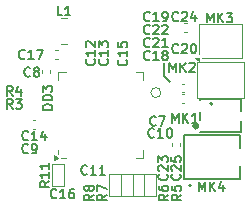
<source format=gbr>
%TF.GenerationSoftware,KiCad,Pcbnew,9.0.0*%
%TF.CreationDate,2025-08-25T21:43:05+03:00*%
%TF.ProjectId,Daredevil-mini,44617265-6465-4766-996c-2d6d696e692e,rev?*%
%TF.SameCoordinates,Original*%
%TF.FileFunction,Legend,Top*%
%TF.FilePolarity,Positive*%
%FSLAX46Y46*%
G04 Gerber Fmt 4.6, Leading zero omitted, Abs format (unit mm)*
G04 Created by KiCad (PCBNEW 9.0.0) date 2025-08-25 21:43:05*
%MOMM*%
%LPD*%
G01*
G04 APERTURE LIST*
%ADD10C,0.200000*%
%ADD11C,0.160000*%
%ADD12C,0.120000*%
%ADD13C,0.150000*%
%ADD14C,0.300000*%
%ADD15C,0.100000*%
%ADD16C,0.127000*%
G04 APERTURE END LIST*
D10*
X135900000Y-99300000D02*
X135900000Y-100400000D01*
X135900000Y-100400000D02*
X136400000Y-100900000D01*
X135188368Y-104530303D02*
X135150272Y-104568399D01*
X135150272Y-104568399D02*
X135035987Y-104606494D01*
X135035987Y-104606494D02*
X134959796Y-104606494D01*
X134959796Y-104606494D02*
X134845510Y-104568399D01*
X134845510Y-104568399D02*
X134769320Y-104492208D01*
X134769320Y-104492208D02*
X134731225Y-104416018D01*
X134731225Y-104416018D02*
X134693129Y-104263637D01*
X134693129Y-104263637D02*
X134693129Y-104149351D01*
X134693129Y-104149351D02*
X134731225Y-103996970D01*
X134731225Y-103996970D02*
X134769320Y-103920779D01*
X134769320Y-103920779D02*
X134845510Y-103844589D01*
X134845510Y-103844589D02*
X134959796Y-103806494D01*
X134959796Y-103806494D02*
X135035987Y-103806494D01*
X135035987Y-103806494D02*
X135150272Y-103844589D01*
X135150272Y-103844589D02*
X135188368Y-103882684D01*
X135455034Y-103806494D02*
X135988368Y-103806494D01*
X135988368Y-103806494D02*
X135645510Y-104606494D01*
X139552381Y-95859695D02*
X139552381Y-95059695D01*
X139552381Y-95059695D02*
X139819047Y-95631123D01*
X139819047Y-95631123D02*
X140085714Y-95059695D01*
X140085714Y-95059695D02*
X140085714Y-95859695D01*
X140466667Y-95859695D02*
X140466667Y-95059695D01*
X140923810Y-95859695D02*
X140580952Y-95402552D01*
X140923810Y-95059695D02*
X140466667Y-95516838D01*
X141190476Y-95059695D02*
X141685714Y-95059695D01*
X141685714Y-95059695D02*
X141419048Y-95364457D01*
X141419048Y-95364457D02*
X141533333Y-95364457D01*
X141533333Y-95364457D02*
X141609524Y-95402552D01*
X141609524Y-95402552D02*
X141647619Y-95440647D01*
X141647619Y-95440647D02*
X141685714Y-95516838D01*
X141685714Y-95516838D02*
X141685714Y-95707314D01*
X141685714Y-95707314D02*
X141647619Y-95783504D01*
X141647619Y-95783504D02*
X141609524Y-95821600D01*
X141609524Y-95821600D02*
X141533333Y-95859695D01*
X141533333Y-95859695D02*
X141304762Y-95859695D01*
X141304762Y-95859695D02*
X141228571Y-95821600D01*
X141228571Y-95821600D02*
X141190476Y-95783504D01*
X126785714Y-110683504D02*
X126747618Y-110721600D01*
X126747618Y-110721600D02*
X126633333Y-110759695D01*
X126633333Y-110759695D02*
X126557142Y-110759695D01*
X126557142Y-110759695D02*
X126442856Y-110721600D01*
X126442856Y-110721600D02*
X126366666Y-110645409D01*
X126366666Y-110645409D02*
X126328571Y-110569219D01*
X126328571Y-110569219D02*
X126290475Y-110416838D01*
X126290475Y-110416838D02*
X126290475Y-110302552D01*
X126290475Y-110302552D02*
X126328571Y-110150171D01*
X126328571Y-110150171D02*
X126366666Y-110073980D01*
X126366666Y-110073980D02*
X126442856Y-109997790D01*
X126442856Y-109997790D02*
X126557142Y-109959695D01*
X126557142Y-109959695D02*
X126633333Y-109959695D01*
X126633333Y-109959695D02*
X126747618Y-109997790D01*
X126747618Y-109997790D02*
X126785714Y-110035885D01*
X127547618Y-110759695D02*
X127090475Y-110759695D01*
X127319047Y-110759695D02*
X127319047Y-109959695D01*
X127319047Y-109959695D02*
X127242856Y-110073980D01*
X127242856Y-110073980D02*
X127166666Y-110150171D01*
X127166666Y-110150171D02*
X127090475Y-110188266D01*
X128233333Y-109959695D02*
X128080952Y-109959695D01*
X128080952Y-109959695D02*
X128004761Y-109997790D01*
X128004761Y-109997790D02*
X127966666Y-110035885D01*
X127966666Y-110035885D02*
X127890476Y-110150171D01*
X127890476Y-110150171D02*
X127852380Y-110302552D01*
X127852380Y-110302552D02*
X127852380Y-110607314D01*
X127852380Y-110607314D02*
X127890476Y-110683504D01*
X127890476Y-110683504D02*
X127928571Y-110721600D01*
X127928571Y-110721600D02*
X128004761Y-110759695D01*
X128004761Y-110759695D02*
X128157142Y-110759695D01*
X128157142Y-110759695D02*
X128233333Y-110721600D01*
X128233333Y-110721600D02*
X128271428Y-110683504D01*
X128271428Y-110683504D02*
X128309523Y-110607314D01*
X128309523Y-110607314D02*
X128309523Y-110416838D01*
X128309523Y-110416838D02*
X128271428Y-110340647D01*
X128271428Y-110340647D02*
X128233333Y-110302552D01*
X128233333Y-110302552D02*
X128157142Y-110264457D01*
X128157142Y-110264457D02*
X128004761Y-110264457D01*
X128004761Y-110264457D02*
X127928571Y-110302552D01*
X127928571Y-110302552D02*
X127890476Y-110340647D01*
X127890476Y-110340647D02*
X127852380Y-110416838D01*
X132683504Y-99014285D02*
X132721600Y-99052381D01*
X132721600Y-99052381D02*
X132759695Y-99166666D01*
X132759695Y-99166666D02*
X132759695Y-99242857D01*
X132759695Y-99242857D02*
X132721600Y-99357143D01*
X132721600Y-99357143D02*
X132645409Y-99433333D01*
X132645409Y-99433333D02*
X132569219Y-99471428D01*
X132569219Y-99471428D02*
X132416838Y-99509524D01*
X132416838Y-99509524D02*
X132302552Y-99509524D01*
X132302552Y-99509524D02*
X132150171Y-99471428D01*
X132150171Y-99471428D02*
X132073980Y-99433333D01*
X132073980Y-99433333D02*
X131997790Y-99357143D01*
X131997790Y-99357143D02*
X131959695Y-99242857D01*
X131959695Y-99242857D02*
X131959695Y-99166666D01*
X131959695Y-99166666D02*
X131997790Y-99052381D01*
X131997790Y-99052381D02*
X132035885Y-99014285D01*
X132759695Y-98252381D02*
X132759695Y-98709524D01*
X132759695Y-98480952D02*
X131959695Y-98480952D01*
X131959695Y-98480952D02*
X132073980Y-98557143D01*
X132073980Y-98557143D02*
X132150171Y-98633333D01*
X132150171Y-98633333D02*
X132188266Y-98709524D01*
X131959695Y-97528571D02*
X131959695Y-97909523D01*
X131959695Y-97909523D02*
X132340647Y-97947619D01*
X132340647Y-97947619D02*
X132302552Y-97909523D01*
X132302552Y-97909523D02*
X132264457Y-97833333D01*
X132264457Y-97833333D02*
X132264457Y-97642857D01*
X132264457Y-97642857D02*
X132302552Y-97566666D01*
X132302552Y-97566666D02*
X132340647Y-97528571D01*
X132340647Y-97528571D02*
X132416838Y-97490476D01*
X132416838Y-97490476D02*
X132607314Y-97490476D01*
X132607314Y-97490476D02*
X132683504Y-97528571D01*
X132683504Y-97528571D02*
X132721600Y-97566666D01*
X132721600Y-97566666D02*
X132759695Y-97642857D01*
X132759695Y-97642857D02*
X132759695Y-97833333D01*
X132759695Y-97833333D02*
X132721600Y-97909523D01*
X132721600Y-97909523D02*
X132683504Y-97947619D01*
X136592391Y-104337371D02*
X136592391Y-103537371D01*
X136592391Y-103537371D02*
X136859057Y-104108799D01*
X136859057Y-104108799D02*
X137125724Y-103537371D01*
X137125724Y-103537371D02*
X137125724Y-104337371D01*
X137506677Y-104337371D02*
X137506677Y-103537371D01*
X137963820Y-104337371D02*
X137620962Y-103880228D01*
X137963820Y-103537371D02*
X137506677Y-103994514D01*
X138725724Y-104337371D02*
X138268581Y-104337371D01*
X138497153Y-104337371D02*
X138497153Y-103537371D01*
X138497153Y-103537371D02*
X138420962Y-103651656D01*
X138420962Y-103651656D02*
X138344772Y-103727847D01*
X138344772Y-103727847D02*
X138268581Y-103765942D01*
X126159695Y-109314285D02*
X125778742Y-109580952D01*
X126159695Y-109771428D02*
X125359695Y-109771428D01*
X125359695Y-109771428D02*
X125359695Y-109466666D01*
X125359695Y-109466666D02*
X125397790Y-109390476D01*
X125397790Y-109390476D02*
X125435885Y-109352381D01*
X125435885Y-109352381D02*
X125512076Y-109314285D01*
X125512076Y-109314285D02*
X125626361Y-109314285D01*
X125626361Y-109314285D02*
X125702552Y-109352381D01*
X125702552Y-109352381D02*
X125740647Y-109390476D01*
X125740647Y-109390476D02*
X125778742Y-109466666D01*
X125778742Y-109466666D02*
X125778742Y-109771428D01*
X126159695Y-108552381D02*
X126159695Y-109009524D01*
X126159695Y-108780952D02*
X125359695Y-108780952D01*
X125359695Y-108780952D02*
X125473980Y-108857143D01*
X125473980Y-108857143D02*
X125550171Y-108933333D01*
X125550171Y-108933333D02*
X125588266Y-109009524D01*
X126159695Y-107790476D02*
X126159695Y-108247619D01*
X126159695Y-108019047D02*
X125359695Y-108019047D01*
X125359695Y-108019047D02*
X125473980Y-108095238D01*
X125473980Y-108095238D02*
X125550171Y-108171428D01*
X125550171Y-108171428D02*
X125588266Y-108247619D01*
X136254538Y-110433332D02*
X135873585Y-110699999D01*
X136254538Y-110890475D02*
X135454538Y-110890475D01*
X135454538Y-110890475D02*
X135454538Y-110585713D01*
X135454538Y-110585713D02*
X135492633Y-110509523D01*
X135492633Y-110509523D02*
X135530728Y-110471428D01*
X135530728Y-110471428D02*
X135606919Y-110433332D01*
X135606919Y-110433332D02*
X135721204Y-110433332D01*
X135721204Y-110433332D02*
X135797395Y-110471428D01*
X135797395Y-110471428D02*
X135835490Y-110509523D01*
X135835490Y-110509523D02*
X135873585Y-110585713D01*
X135873585Y-110585713D02*
X135873585Y-110890475D01*
X135454538Y-109747618D02*
X135454538Y-109899999D01*
X135454538Y-109899999D02*
X135492633Y-109976190D01*
X135492633Y-109976190D02*
X135530728Y-110014285D01*
X135530728Y-110014285D02*
X135645014Y-110090475D01*
X135645014Y-110090475D02*
X135797395Y-110128571D01*
X135797395Y-110128571D02*
X136102157Y-110128571D01*
X136102157Y-110128571D02*
X136178347Y-110090475D01*
X136178347Y-110090475D02*
X136216443Y-110052380D01*
X136216443Y-110052380D02*
X136254538Y-109976190D01*
X136254538Y-109976190D02*
X136254538Y-109823809D01*
X136254538Y-109823809D02*
X136216443Y-109747618D01*
X136216443Y-109747618D02*
X136178347Y-109709523D01*
X136178347Y-109709523D02*
X136102157Y-109671428D01*
X136102157Y-109671428D02*
X135911681Y-109671428D01*
X135911681Y-109671428D02*
X135835490Y-109709523D01*
X135835490Y-109709523D02*
X135797395Y-109747618D01*
X135797395Y-109747618D02*
X135759300Y-109823809D01*
X135759300Y-109823809D02*
X135759300Y-109976190D01*
X135759300Y-109976190D02*
X135797395Y-110052380D01*
X135797395Y-110052380D02*
X135835490Y-110090475D01*
X135835490Y-110090475D02*
X135911681Y-110128571D01*
X124566667Y-100383504D02*
X124528571Y-100421600D01*
X124528571Y-100421600D02*
X124414286Y-100459695D01*
X124414286Y-100459695D02*
X124338095Y-100459695D01*
X124338095Y-100459695D02*
X124223809Y-100421600D01*
X124223809Y-100421600D02*
X124147619Y-100345409D01*
X124147619Y-100345409D02*
X124109524Y-100269219D01*
X124109524Y-100269219D02*
X124071428Y-100116838D01*
X124071428Y-100116838D02*
X124071428Y-100002552D01*
X124071428Y-100002552D02*
X124109524Y-99850171D01*
X124109524Y-99850171D02*
X124147619Y-99773980D01*
X124147619Y-99773980D02*
X124223809Y-99697790D01*
X124223809Y-99697790D02*
X124338095Y-99659695D01*
X124338095Y-99659695D02*
X124414286Y-99659695D01*
X124414286Y-99659695D02*
X124528571Y-99697790D01*
X124528571Y-99697790D02*
X124566667Y-99735885D01*
X125023809Y-100002552D02*
X124947619Y-99964457D01*
X124947619Y-99964457D02*
X124909524Y-99926361D01*
X124909524Y-99926361D02*
X124871428Y-99850171D01*
X124871428Y-99850171D02*
X124871428Y-99812076D01*
X124871428Y-99812076D02*
X124909524Y-99735885D01*
X124909524Y-99735885D02*
X124947619Y-99697790D01*
X124947619Y-99697790D02*
X125023809Y-99659695D01*
X125023809Y-99659695D02*
X125176190Y-99659695D01*
X125176190Y-99659695D02*
X125252381Y-99697790D01*
X125252381Y-99697790D02*
X125290476Y-99735885D01*
X125290476Y-99735885D02*
X125328571Y-99812076D01*
X125328571Y-99812076D02*
X125328571Y-99850171D01*
X125328571Y-99850171D02*
X125290476Y-99926361D01*
X125290476Y-99926361D02*
X125252381Y-99964457D01*
X125252381Y-99964457D02*
X125176190Y-100002552D01*
X125176190Y-100002552D02*
X125023809Y-100002552D01*
X125023809Y-100002552D02*
X124947619Y-100040647D01*
X124947619Y-100040647D02*
X124909524Y-100078742D01*
X124909524Y-100078742D02*
X124871428Y-100154933D01*
X124871428Y-100154933D02*
X124871428Y-100307314D01*
X124871428Y-100307314D02*
X124909524Y-100383504D01*
X124909524Y-100383504D02*
X124947619Y-100421600D01*
X124947619Y-100421600D02*
X125023809Y-100459695D01*
X125023809Y-100459695D02*
X125176190Y-100459695D01*
X125176190Y-100459695D02*
X125252381Y-100421600D01*
X125252381Y-100421600D02*
X125290476Y-100383504D01*
X125290476Y-100383504D02*
X125328571Y-100307314D01*
X125328571Y-100307314D02*
X125328571Y-100154933D01*
X125328571Y-100154933D02*
X125290476Y-100078742D01*
X125290476Y-100078742D02*
X125252381Y-100040647D01*
X125252381Y-100040647D02*
X125176190Y-100002552D01*
X135045848Y-105538415D02*
X135007752Y-105576511D01*
X135007752Y-105576511D02*
X134893467Y-105614606D01*
X134893467Y-105614606D02*
X134817276Y-105614606D01*
X134817276Y-105614606D02*
X134702990Y-105576511D01*
X134702990Y-105576511D02*
X134626800Y-105500320D01*
X134626800Y-105500320D02*
X134588705Y-105424130D01*
X134588705Y-105424130D02*
X134550609Y-105271749D01*
X134550609Y-105271749D02*
X134550609Y-105157463D01*
X134550609Y-105157463D02*
X134588705Y-105005082D01*
X134588705Y-105005082D02*
X134626800Y-104928891D01*
X134626800Y-104928891D02*
X134702990Y-104852701D01*
X134702990Y-104852701D02*
X134817276Y-104814606D01*
X134817276Y-104814606D02*
X134893467Y-104814606D01*
X134893467Y-104814606D02*
X135007752Y-104852701D01*
X135007752Y-104852701D02*
X135045848Y-104890796D01*
X135807752Y-105614606D02*
X135350609Y-105614606D01*
X135579181Y-105614606D02*
X135579181Y-104814606D01*
X135579181Y-104814606D02*
X135502990Y-104928891D01*
X135502990Y-104928891D02*
X135426800Y-105005082D01*
X135426800Y-105005082D02*
X135350609Y-105043177D01*
X136302991Y-104814606D02*
X136379181Y-104814606D01*
X136379181Y-104814606D02*
X136455372Y-104852701D01*
X136455372Y-104852701D02*
X136493467Y-104890796D01*
X136493467Y-104890796D02*
X136531562Y-104966987D01*
X136531562Y-104966987D02*
X136569657Y-105119368D01*
X136569657Y-105119368D02*
X136569657Y-105309844D01*
X136569657Y-105309844D02*
X136531562Y-105462225D01*
X136531562Y-105462225D02*
X136493467Y-105538415D01*
X136493467Y-105538415D02*
X136455372Y-105576511D01*
X136455372Y-105576511D02*
X136379181Y-105614606D01*
X136379181Y-105614606D02*
X136302991Y-105614606D01*
X136302991Y-105614606D02*
X136226800Y-105576511D01*
X136226800Y-105576511D02*
X136188705Y-105538415D01*
X136188705Y-105538415D02*
X136150610Y-105462225D01*
X136150610Y-105462225D02*
X136112514Y-105309844D01*
X136112514Y-105309844D02*
X136112514Y-105119368D01*
X136112514Y-105119368D02*
X136150610Y-104966987D01*
X136150610Y-104966987D02*
X136188705Y-104890796D01*
X136188705Y-104890796D02*
X136226800Y-104852701D01*
X136226800Y-104852701D02*
X136302991Y-104814606D01*
X129385714Y-108683504D02*
X129347618Y-108721600D01*
X129347618Y-108721600D02*
X129233333Y-108759695D01*
X129233333Y-108759695D02*
X129157142Y-108759695D01*
X129157142Y-108759695D02*
X129042856Y-108721600D01*
X129042856Y-108721600D02*
X128966666Y-108645409D01*
X128966666Y-108645409D02*
X128928571Y-108569219D01*
X128928571Y-108569219D02*
X128890475Y-108416838D01*
X128890475Y-108416838D02*
X128890475Y-108302552D01*
X128890475Y-108302552D02*
X128928571Y-108150171D01*
X128928571Y-108150171D02*
X128966666Y-108073980D01*
X128966666Y-108073980D02*
X129042856Y-107997790D01*
X129042856Y-107997790D02*
X129157142Y-107959695D01*
X129157142Y-107959695D02*
X129233333Y-107959695D01*
X129233333Y-107959695D02*
X129347618Y-107997790D01*
X129347618Y-107997790D02*
X129385714Y-108035885D01*
X130147618Y-108759695D02*
X129690475Y-108759695D01*
X129919047Y-108759695D02*
X129919047Y-107959695D01*
X129919047Y-107959695D02*
X129842856Y-108073980D01*
X129842856Y-108073980D02*
X129766666Y-108150171D01*
X129766666Y-108150171D02*
X129690475Y-108188266D01*
X130909523Y-108759695D02*
X130452380Y-108759695D01*
X130680952Y-108759695D02*
X130680952Y-107959695D01*
X130680952Y-107959695D02*
X130604761Y-108073980D01*
X130604761Y-108073980D02*
X130528571Y-108150171D01*
X130528571Y-108150171D02*
X130452380Y-108188266D01*
X131071728Y-98996658D02*
X131109824Y-99034754D01*
X131109824Y-99034754D02*
X131147919Y-99149039D01*
X131147919Y-99149039D02*
X131147919Y-99225230D01*
X131147919Y-99225230D02*
X131109824Y-99339516D01*
X131109824Y-99339516D02*
X131033633Y-99415706D01*
X131033633Y-99415706D02*
X130957443Y-99453801D01*
X130957443Y-99453801D02*
X130805062Y-99491897D01*
X130805062Y-99491897D02*
X130690776Y-99491897D01*
X130690776Y-99491897D02*
X130538395Y-99453801D01*
X130538395Y-99453801D02*
X130462204Y-99415706D01*
X130462204Y-99415706D02*
X130386014Y-99339516D01*
X130386014Y-99339516D02*
X130347919Y-99225230D01*
X130347919Y-99225230D02*
X130347919Y-99149039D01*
X130347919Y-99149039D02*
X130386014Y-99034754D01*
X130386014Y-99034754D02*
X130424109Y-98996658D01*
X131147919Y-98234754D02*
X131147919Y-98691897D01*
X131147919Y-98463325D02*
X130347919Y-98463325D01*
X130347919Y-98463325D02*
X130462204Y-98539516D01*
X130462204Y-98539516D02*
X130538395Y-98615706D01*
X130538395Y-98615706D02*
X130576490Y-98691897D01*
X130347919Y-97968087D02*
X130347919Y-97472849D01*
X130347919Y-97472849D02*
X130652681Y-97739515D01*
X130652681Y-97739515D02*
X130652681Y-97625230D01*
X130652681Y-97625230D02*
X130690776Y-97549039D01*
X130690776Y-97549039D02*
X130728871Y-97510944D01*
X130728871Y-97510944D02*
X130805062Y-97472849D01*
X130805062Y-97472849D02*
X130995538Y-97472849D01*
X130995538Y-97472849D02*
X131071728Y-97510944D01*
X131071728Y-97510944D02*
X131109824Y-97549039D01*
X131109824Y-97549039D02*
X131147919Y-97625230D01*
X131147919Y-97625230D02*
X131147919Y-97853801D01*
X131147919Y-97853801D02*
X131109824Y-97929992D01*
X131109824Y-97929992D02*
X131071728Y-97968087D01*
X123066667Y-102059695D02*
X122800000Y-101678742D01*
X122609524Y-102059695D02*
X122609524Y-101259695D01*
X122609524Y-101259695D02*
X122914286Y-101259695D01*
X122914286Y-101259695D02*
X122990476Y-101297790D01*
X122990476Y-101297790D02*
X123028571Y-101335885D01*
X123028571Y-101335885D02*
X123066667Y-101412076D01*
X123066667Y-101412076D02*
X123066667Y-101526361D01*
X123066667Y-101526361D02*
X123028571Y-101602552D01*
X123028571Y-101602552D02*
X122990476Y-101640647D01*
X122990476Y-101640647D02*
X122914286Y-101678742D01*
X122914286Y-101678742D02*
X122609524Y-101678742D01*
X123752381Y-101526361D02*
X123752381Y-102059695D01*
X123561905Y-101221600D02*
X123371428Y-101793028D01*
X123371428Y-101793028D02*
X123866667Y-101793028D01*
X134685714Y-98983504D02*
X134647618Y-99021600D01*
X134647618Y-99021600D02*
X134533333Y-99059695D01*
X134533333Y-99059695D02*
X134457142Y-99059695D01*
X134457142Y-99059695D02*
X134342856Y-99021600D01*
X134342856Y-99021600D02*
X134266666Y-98945409D01*
X134266666Y-98945409D02*
X134228571Y-98869219D01*
X134228571Y-98869219D02*
X134190475Y-98716838D01*
X134190475Y-98716838D02*
X134190475Y-98602552D01*
X134190475Y-98602552D02*
X134228571Y-98450171D01*
X134228571Y-98450171D02*
X134266666Y-98373980D01*
X134266666Y-98373980D02*
X134342856Y-98297790D01*
X134342856Y-98297790D02*
X134457142Y-98259695D01*
X134457142Y-98259695D02*
X134533333Y-98259695D01*
X134533333Y-98259695D02*
X134647618Y-98297790D01*
X134647618Y-98297790D02*
X134685714Y-98335885D01*
X135447618Y-99059695D02*
X134990475Y-99059695D01*
X135219047Y-99059695D02*
X135219047Y-98259695D01*
X135219047Y-98259695D02*
X135142856Y-98373980D01*
X135142856Y-98373980D02*
X135066666Y-98450171D01*
X135066666Y-98450171D02*
X134990475Y-98488266D01*
X135904761Y-98602552D02*
X135828571Y-98564457D01*
X135828571Y-98564457D02*
X135790476Y-98526361D01*
X135790476Y-98526361D02*
X135752380Y-98450171D01*
X135752380Y-98450171D02*
X135752380Y-98412076D01*
X135752380Y-98412076D02*
X135790476Y-98335885D01*
X135790476Y-98335885D02*
X135828571Y-98297790D01*
X135828571Y-98297790D02*
X135904761Y-98259695D01*
X135904761Y-98259695D02*
X136057142Y-98259695D01*
X136057142Y-98259695D02*
X136133333Y-98297790D01*
X136133333Y-98297790D02*
X136171428Y-98335885D01*
X136171428Y-98335885D02*
X136209523Y-98412076D01*
X136209523Y-98412076D02*
X136209523Y-98450171D01*
X136209523Y-98450171D02*
X136171428Y-98526361D01*
X136171428Y-98526361D02*
X136133333Y-98564457D01*
X136133333Y-98564457D02*
X136057142Y-98602552D01*
X136057142Y-98602552D02*
X135904761Y-98602552D01*
X135904761Y-98602552D02*
X135828571Y-98640647D01*
X135828571Y-98640647D02*
X135790476Y-98678742D01*
X135790476Y-98678742D02*
X135752380Y-98754933D01*
X135752380Y-98754933D02*
X135752380Y-98907314D01*
X135752380Y-98907314D02*
X135790476Y-98983504D01*
X135790476Y-98983504D02*
X135828571Y-99021600D01*
X135828571Y-99021600D02*
X135904761Y-99059695D01*
X135904761Y-99059695D02*
X136057142Y-99059695D01*
X136057142Y-99059695D02*
X136133333Y-99021600D01*
X136133333Y-99021600D02*
X136171428Y-98983504D01*
X136171428Y-98983504D02*
X136209523Y-98907314D01*
X136209523Y-98907314D02*
X136209523Y-98754933D01*
X136209523Y-98754933D02*
X136171428Y-98678742D01*
X136171428Y-98678742D02*
X136133333Y-98640647D01*
X136133333Y-98640647D02*
X136057142Y-98602552D01*
X126424012Y-103239885D02*
X125624012Y-103239885D01*
X125624012Y-103239885D02*
X125624012Y-103049409D01*
X125624012Y-103049409D02*
X125662107Y-102935123D01*
X125662107Y-102935123D02*
X125738297Y-102858933D01*
X125738297Y-102858933D02*
X125814488Y-102820838D01*
X125814488Y-102820838D02*
X125966869Y-102782742D01*
X125966869Y-102782742D02*
X126081155Y-102782742D01*
X126081155Y-102782742D02*
X126233536Y-102820838D01*
X126233536Y-102820838D02*
X126309726Y-102858933D01*
X126309726Y-102858933D02*
X126385917Y-102935123D01*
X126385917Y-102935123D02*
X126424012Y-103049409D01*
X126424012Y-103049409D02*
X126424012Y-103239885D01*
X126424012Y-102439885D02*
X125624012Y-102439885D01*
X125624012Y-102439885D02*
X125624012Y-102249409D01*
X125624012Y-102249409D02*
X125662107Y-102135123D01*
X125662107Y-102135123D02*
X125738297Y-102058933D01*
X125738297Y-102058933D02*
X125814488Y-102020838D01*
X125814488Y-102020838D02*
X125966869Y-101982742D01*
X125966869Y-101982742D02*
X126081155Y-101982742D01*
X126081155Y-101982742D02*
X126233536Y-102020838D01*
X126233536Y-102020838D02*
X126309726Y-102058933D01*
X126309726Y-102058933D02*
X126385917Y-102135123D01*
X126385917Y-102135123D02*
X126424012Y-102249409D01*
X126424012Y-102249409D02*
X126424012Y-102439885D01*
X125624012Y-101716076D02*
X125624012Y-101220838D01*
X125624012Y-101220838D02*
X125928774Y-101487504D01*
X125928774Y-101487504D02*
X125928774Y-101373219D01*
X125928774Y-101373219D02*
X125966869Y-101297028D01*
X125966869Y-101297028D02*
X126004964Y-101258933D01*
X126004964Y-101258933D02*
X126081155Y-101220838D01*
X126081155Y-101220838D02*
X126271631Y-101220838D01*
X126271631Y-101220838D02*
X126347821Y-101258933D01*
X126347821Y-101258933D02*
X126385917Y-101297028D01*
X126385917Y-101297028D02*
X126424012Y-101373219D01*
X126424012Y-101373219D02*
X126424012Y-101601790D01*
X126424012Y-101601790D02*
X126385917Y-101677981D01*
X126385917Y-101677981D02*
X126347821Y-101716076D01*
X124385714Y-105783504D02*
X124347618Y-105821600D01*
X124347618Y-105821600D02*
X124233333Y-105859695D01*
X124233333Y-105859695D02*
X124157142Y-105859695D01*
X124157142Y-105859695D02*
X124042856Y-105821600D01*
X124042856Y-105821600D02*
X123966666Y-105745409D01*
X123966666Y-105745409D02*
X123928571Y-105669219D01*
X123928571Y-105669219D02*
X123890475Y-105516838D01*
X123890475Y-105516838D02*
X123890475Y-105402552D01*
X123890475Y-105402552D02*
X123928571Y-105250171D01*
X123928571Y-105250171D02*
X123966666Y-105173980D01*
X123966666Y-105173980D02*
X124042856Y-105097790D01*
X124042856Y-105097790D02*
X124157142Y-105059695D01*
X124157142Y-105059695D02*
X124233333Y-105059695D01*
X124233333Y-105059695D02*
X124347618Y-105097790D01*
X124347618Y-105097790D02*
X124385714Y-105135885D01*
X125147618Y-105859695D02*
X124690475Y-105859695D01*
X124919047Y-105859695D02*
X124919047Y-105059695D01*
X124919047Y-105059695D02*
X124842856Y-105173980D01*
X124842856Y-105173980D02*
X124766666Y-105250171D01*
X124766666Y-105250171D02*
X124690475Y-105288266D01*
X125833333Y-105326361D02*
X125833333Y-105859695D01*
X125642857Y-105021600D02*
X125452380Y-105593028D01*
X125452380Y-105593028D02*
X125947619Y-105593028D01*
X129954538Y-110433332D02*
X129573585Y-110699999D01*
X129954538Y-110890475D02*
X129154538Y-110890475D01*
X129154538Y-110890475D02*
X129154538Y-110585713D01*
X129154538Y-110585713D02*
X129192633Y-110509523D01*
X129192633Y-110509523D02*
X129230728Y-110471428D01*
X129230728Y-110471428D02*
X129306919Y-110433332D01*
X129306919Y-110433332D02*
X129421204Y-110433332D01*
X129421204Y-110433332D02*
X129497395Y-110471428D01*
X129497395Y-110471428D02*
X129535490Y-110509523D01*
X129535490Y-110509523D02*
X129573585Y-110585713D01*
X129573585Y-110585713D02*
X129573585Y-110890475D01*
X129497395Y-109976190D02*
X129459300Y-110052380D01*
X129459300Y-110052380D02*
X129421204Y-110090475D01*
X129421204Y-110090475D02*
X129345014Y-110128571D01*
X129345014Y-110128571D02*
X129306919Y-110128571D01*
X129306919Y-110128571D02*
X129230728Y-110090475D01*
X129230728Y-110090475D02*
X129192633Y-110052380D01*
X129192633Y-110052380D02*
X129154538Y-109976190D01*
X129154538Y-109976190D02*
X129154538Y-109823809D01*
X129154538Y-109823809D02*
X129192633Y-109747618D01*
X129192633Y-109747618D02*
X129230728Y-109709523D01*
X129230728Y-109709523D02*
X129306919Y-109671428D01*
X129306919Y-109671428D02*
X129345014Y-109671428D01*
X129345014Y-109671428D02*
X129421204Y-109709523D01*
X129421204Y-109709523D02*
X129459300Y-109747618D01*
X129459300Y-109747618D02*
X129497395Y-109823809D01*
X129497395Y-109823809D02*
X129497395Y-109976190D01*
X129497395Y-109976190D02*
X129535490Y-110052380D01*
X129535490Y-110052380D02*
X129573585Y-110090475D01*
X129573585Y-110090475D02*
X129649776Y-110128571D01*
X129649776Y-110128571D02*
X129802157Y-110128571D01*
X129802157Y-110128571D02*
X129878347Y-110090475D01*
X129878347Y-110090475D02*
X129916443Y-110052380D01*
X129916443Y-110052380D02*
X129954538Y-109976190D01*
X129954538Y-109976190D02*
X129954538Y-109823809D01*
X129954538Y-109823809D02*
X129916443Y-109747618D01*
X129916443Y-109747618D02*
X129878347Y-109709523D01*
X129878347Y-109709523D02*
X129802157Y-109671428D01*
X129802157Y-109671428D02*
X129649776Y-109671428D01*
X129649776Y-109671428D02*
X129573585Y-109709523D01*
X129573585Y-109709523D02*
X129535490Y-109747618D01*
X129535490Y-109747618D02*
X129497395Y-109823809D01*
X131054538Y-110433332D02*
X130673585Y-110699999D01*
X131054538Y-110890475D02*
X130254538Y-110890475D01*
X130254538Y-110890475D02*
X130254538Y-110585713D01*
X130254538Y-110585713D02*
X130292633Y-110509523D01*
X130292633Y-110509523D02*
X130330728Y-110471428D01*
X130330728Y-110471428D02*
X130406919Y-110433332D01*
X130406919Y-110433332D02*
X130521204Y-110433332D01*
X130521204Y-110433332D02*
X130597395Y-110471428D01*
X130597395Y-110471428D02*
X130635490Y-110509523D01*
X130635490Y-110509523D02*
X130673585Y-110585713D01*
X130673585Y-110585713D02*
X130673585Y-110890475D01*
X130254538Y-110166666D02*
X130254538Y-109633332D01*
X130254538Y-109633332D02*
X131054538Y-109976190D01*
X124366667Y-106883504D02*
X124328571Y-106921600D01*
X124328571Y-106921600D02*
X124214286Y-106959695D01*
X124214286Y-106959695D02*
X124138095Y-106959695D01*
X124138095Y-106959695D02*
X124023809Y-106921600D01*
X124023809Y-106921600D02*
X123947619Y-106845409D01*
X123947619Y-106845409D02*
X123909524Y-106769219D01*
X123909524Y-106769219D02*
X123871428Y-106616838D01*
X123871428Y-106616838D02*
X123871428Y-106502552D01*
X123871428Y-106502552D02*
X123909524Y-106350171D01*
X123909524Y-106350171D02*
X123947619Y-106273980D01*
X123947619Y-106273980D02*
X124023809Y-106197790D01*
X124023809Y-106197790D02*
X124138095Y-106159695D01*
X124138095Y-106159695D02*
X124214286Y-106159695D01*
X124214286Y-106159695D02*
X124328571Y-106197790D01*
X124328571Y-106197790D02*
X124366667Y-106235885D01*
X124747619Y-106959695D02*
X124900000Y-106959695D01*
X124900000Y-106959695D02*
X124976190Y-106921600D01*
X124976190Y-106921600D02*
X125014286Y-106883504D01*
X125014286Y-106883504D02*
X125090476Y-106769219D01*
X125090476Y-106769219D02*
X125128571Y-106616838D01*
X125128571Y-106616838D02*
X125128571Y-106312076D01*
X125128571Y-106312076D02*
X125090476Y-106235885D01*
X125090476Y-106235885D02*
X125052381Y-106197790D01*
X125052381Y-106197790D02*
X124976190Y-106159695D01*
X124976190Y-106159695D02*
X124823809Y-106159695D01*
X124823809Y-106159695D02*
X124747619Y-106197790D01*
X124747619Y-106197790D02*
X124709524Y-106235885D01*
X124709524Y-106235885D02*
X124671428Y-106312076D01*
X124671428Y-106312076D02*
X124671428Y-106502552D01*
X124671428Y-106502552D02*
X124709524Y-106578742D01*
X124709524Y-106578742D02*
X124747619Y-106616838D01*
X124747619Y-106616838D02*
X124823809Y-106654933D01*
X124823809Y-106654933D02*
X124976190Y-106654933D01*
X124976190Y-106654933D02*
X125052381Y-106616838D01*
X125052381Y-106616838D02*
X125090476Y-106578742D01*
X125090476Y-106578742D02*
X125128571Y-106502552D01*
X137085714Y-95683504D02*
X137047618Y-95721600D01*
X137047618Y-95721600D02*
X136933333Y-95759695D01*
X136933333Y-95759695D02*
X136857142Y-95759695D01*
X136857142Y-95759695D02*
X136742856Y-95721600D01*
X136742856Y-95721600D02*
X136666666Y-95645409D01*
X136666666Y-95645409D02*
X136628571Y-95569219D01*
X136628571Y-95569219D02*
X136590475Y-95416838D01*
X136590475Y-95416838D02*
X136590475Y-95302552D01*
X136590475Y-95302552D02*
X136628571Y-95150171D01*
X136628571Y-95150171D02*
X136666666Y-95073980D01*
X136666666Y-95073980D02*
X136742856Y-94997790D01*
X136742856Y-94997790D02*
X136857142Y-94959695D01*
X136857142Y-94959695D02*
X136933333Y-94959695D01*
X136933333Y-94959695D02*
X137047618Y-94997790D01*
X137047618Y-94997790D02*
X137085714Y-95035885D01*
X137390475Y-95035885D02*
X137428571Y-94997790D01*
X137428571Y-94997790D02*
X137504761Y-94959695D01*
X137504761Y-94959695D02*
X137695237Y-94959695D01*
X137695237Y-94959695D02*
X137771428Y-94997790D01*
X137771428Y-94997790D02*
X137809523Y-95035885D01*
X137809523Y-95035885D02*
X137847618Y-95112076D01*
X137847618Y-95112076D02*
X137847618Y-95188266D01*
X137847618Y-95188266D02*
X137809523Y-95302552D01*
X137809523Y-95302552D02*
X137352380Y-95759695D01*
X137352380Y-95759695D02*
X137847618Y-95759695D01*
X138533333Y-95226361D02*
X138533333Y-95759695D01*
X138342857Y-94921600D02*
X138152380Y-95493028D01*
X138152380Y-95493028D02*
X138647619Y-95493028D01*
X123066667Y-103159695D02*
X122800000Y-102778742D01*
X122609524Y-103159695D02*
X122609524Y-102359695D01*
X122609524Y-102359695D02*
X122914286Y-102359695D01*
X122914286Y-102359695D02*
X122990476Y-102397790D01*
X122990476Y-102397790D02*
X123028571Y-102435885D01*
X123028571Y-102435885D02*
X123066667Y-102512076D01*
X123066667Y-102512076D02*
X123066667Y-102626361D01*
X123066667Y-102626361D02*
X123028571Y-102702552D01*
X123028571Y-102702552D02*
X122990476Y-102740647D01*
X122990476Y-102740647D02*
X122914286Y-102778742D01*
X122914286Y-102778742D02*
X122609524Y-102778742D01*
X123333333Y-102359695D02*
X123828571Y-102359695D01*
X123828571Y-102359695D02*
X123561905Y-102664457D01*
X123561905Y-102664457D02*
X123676190Y-102664457D01*
X123676190Y-102664457D02*
X123752381Y-102702552D01*
X123752381Y-102702552D02*
X123790476Y-102740647D01*
X123790476Y-102740647D02*
X123828571Y-102816838D01*
X123828571Y-102816838D02*
X123828571Y-103007314D01*
X123828571Y-103007314D02*
X123790476Y-103083504D01*
X123790476Y-103083504D02*
X123752381Y-103121600D01*
X123752381Y-103121600D02*
X123676190Y-103159695D01*
X123676190Y-103159695D02*
X123447619Y-103159695D01*
X123447619Y-103159695D02*
X123371428Y-103121600D01*
X123371428Y-103121600D02*
X123333333Y-103083504D01*
X137354538Y-110433332D02*
X136973585Y-110699999D01*
X137354538Y-110890475D02*
X136554538Y-110890475D01*
X136554538Y-110890475D02*
X136554538Y-110585713D01*
X136554538Y-110585713D02*
X136592633Y-110509523D01*
X136592633Y-110509523D02*
X136630728Y-110471428D01*
X136630728Y-110471428D02*
X136706919Y-110433332D01*
X136706919Y-110433332D02*
X136821204Y-110433332D01*
X136821204Y-110433332D02*
X136897395Y-110471428D01*
X136897395Y-110471428D02*
X136935490Y-110509523D01*
X136935490Y-110509523D02*
X136973585Y-110585713D01*
X136973585Y-110585713D02*
X136973585Y-110890475D01*
X136554538Y-109709523D02*
X136554538Y-110090475D01*
X136554538Y-110090475D02*
X136935490Y-110128571D01*
X136935490Y-110128571D02*
X136897395Y-110090475D01*
X136897395Y-110090475D02*
X136859300Y-110014285D01*
X136859300Y-110014285D02*
X136859300Y-109823809D01*
X136859300Y-109823809D02*
X136897395Y-109747618D01*
X136897395Y-109747618D02*
X136935490Y-109709523D01*
X136935490Y-109709523D02*
X137011681Y-109671428D01*
X137011681Y-109671428D02*
X137202157Y-109671428D01*
X137202157Y-109671428D02*
X137278347Y-109709523D01*
X137278347Y-109709523D02*
X137316443Y-109747618D01*
X137316443Y-109747618D02*
X137354538Y-109823809D01*
X137354538Y-109823809D02*
X137354538Y-110014285D01*
X137354538Y-110014285D02*
X137316443Y-110090475D01*
X137316443Y-110090475D02*
X137278347Y-110128571D01*
X127266666Y-95259695D02*
X126885714Y-95259695D01*
X126885714Y-95259695D02*
X126885714Y-94459695D01*
X127952380Y-95259695D02*
X127495237Y-95259695D01*
X127723809Y-95259695D02*
X127723809Y-94459695D01*
X127723809Y-94459695D02*
X127647618Y-94573980D01*
X127647618Y-94573980D02*
X127571428Y-94650171D01*
X127571428Y-94650171D02*
X127495237Y-94688266D01*
X137085714Y-98383504D02*
X137047618Y-98421600D01*
X137047618Y-98421600D02*
X136933333Y-98459695D01*
X136933333Y-98459695D02*
X136857142Y-98459695D01*
X136857142Y-98459695D02*
X136742856Y-98421600D01*
X136742856Y-98421600D02*
X136666666Y-98345409D01*
X136666666Y-98345409D02*
X136628571Y-98269219D01*
X136628571Y-98269219D02*
X136590475Y-98116838D01*
X136590475Y-98116838D02*
X136590475Y-98002552D01*
X136590475Y-98002552D02*
X136628571Y-97850171D01*
X136628571Y-97850171D02*
X136666666Y-97773980D01*
X136666666Y-97773980D02*
X136742856Y-97697790D01*
X136742856Y-97697790D02*
X136857142Y-97659695D01*
X136857142Y-97659695D02*
X136933333Y-97659695D01*
X136933333Y-97659695D02*
X137047618Y-97697790D01*
X137047618Y-97697790D02*
X137085714Y-97735885D01*
X137390475Y-97735885D02*
X137428571Y-97697790D01*
X137428571Y-97697790D02*
X137504761Y-97659695D01*
X137504761Y-97659695D02*
X137695237Y-97659695D01*
X137695237Y-97659695D02*
X137771428Y-97697790D01*
X137771428Y-97697790D02*
X137809523Y-97735885D01*
X137809523Y-97735885D02*
X137847618Y-97812076D01*
X137847618Y-97812076D02*
X137847618Y-97888266D01*
X137847618Y-97888266D02*
X137809523Y-98002552D01*
X137809523Y-98002552D02*
X137352380Y-98459695D01*
X137352380Y-98459695D02*
X137847618Y-98459695D01*
X138342857Y-97659695D02*
X138419047Y-97659695D01*
X138419047Y-97659695D02*
X138495238Y-97697790D01*
X138495238Y-97697790D02*
X138533333Y-97735885D01*
X138533333Y-97735885D02*
X138571428Y-97812076D01*
X138571428Y-97812076D02*
X138609523Y-97964457D01*
X138609523Y-97964457D02*
X138609523Y-98154933D01*
X138609523Y-98154933D02*
X138571428Y-98307314D01*
X138571428Y-98307314D02*
X138533333Y-98383504D01*
X138533333Y-98383504D02*
X138495238Y-98421600D01*
X138495238Y-98421600D02*
X138419047Y-98459695D01*
X138419047Y-98459695D02*
X138342857Y-98459695D01*
X138342857Y-98459695D02*
X138266666Y-98421600D01*
X138266666Y-98421600D02*
X138228571Y-98383504D01*
X138228571Y-98383504D02*
X138190476Y-98307314D01*
X138190476Y-98307314D02*
X138152380Y-98154933D01*
X138152380Y-98154933D02*
X138152380Y-97964457D01*
X138152380Y-97964457D02*
X138190476Y-97812076D01*
X138190476Y-97812076D02*
X138228571Y-97735885D01*
X138228571Y-97735885D02*
X138266666Y-97697790D01*
X138266666Y-97697790D02*
X138342857Y-97659695D01*
X134685714Y-97883504D02*
X134647618Y-97921600D01*
X134647618Y-97921600D02*
X134533333Y-97959695D01*
X134533333Y-97959695D02*
X134457142Y-97959695D01*
X134457142Y-97959695D02*
X134342856Y-97921600D01*
X134342856Y-97921600D02*
X134266666Y-97845409D01*
X134266666Y-97845409D02*
X134228571Y-97769219D01*
X134228571Y-97769219D02*
X134190475Y-97616838D01*
X134190475Y-97616838D02*
X134190475Y-97502552D01*
X134190475Y-97502552D02*
X134228571Y-97350171D01*
X134228571Y-97350171D02*
X134266666Y-97273980D01*
X134266666Y-97273980D02*
X134342856Y-97197790D01*
X134342856Y-97197790D02*
X134457142Y-97159695D01*
X134457142Y-97159695D02*
X134533333Y-97159695D01*
X134533333Y-97159695D02*
X134647618Y-97197790D01*
X134647618Y-97197790D02*
X134685714Y-97235885D01*
X134990475Y-97235885D02*
X135028571Y-97197790D01*
X135028571Y-97197790D02*
X135104761Y-97159695D01*
X135104761Y-97159695D02*
X135295237Y-97159695D01*
X135295237Y-97159695D02*
X135371428Y-97197790D01*
X135371428Y-97197790D02*
X135409523Y-97235885D01*
X135409523Y-97235885D02*
X135447618Y-97312076D01*
X135447618Y-97312076D02*
X135447618Y-97388266D01*
X135447618Y-97388266D02*
X135409523Y-97502552D01*
X135409523Y-97502552D02*
X134952380Y-97959695D01*
X134952380Y-97959695D02*
X135447618Y-97959695D01*
X136209523Y-97959695D02*
X135752380Y-97959695D01*
X135980952Y-97959695D02*
X135980952Y-97159695D01*
X135980952Y-97159695D02*
X135904761Y-97273980D01*
X135904761Y-97273980D02*
X135828571Y-97350171D01*
X135828571Y-97350171D02*
X135752380Y-97388266D01*
X136352381Y-100059695D02*
X136352381Y-99259695D01*
X136352381Y-99259695D02*
X136619047Y-99831123D01*
X136619047Y-99831123D02*
X136885714Y-99259695D01*
X136885714Y-99259695D02*
X136885714Y-100059695D01*
X137266667Y-100059695D02*
X137266667Y-99259695D01*
X137723810Y-100059695D02*
X137380952Y-99602552D01*
X137723810Y-99259695D02*
X137266667Y-99716838D01*
X138028571Y-99335885D02*
X138066667Y-99297790D01*
X138066667Y-99297790D02*
X138142857Y-99259695D01*
X138142857Y-99259695D02*
X138333333Y-99259695D01*
X138333333Y-99259695D02*
X138409524Y-99297790D01*
X138409524Y-99297790D02*
X138447619Y-99335885D01*
X138447619Y-99335885D02*
X138485714Y-99412076D01*
X138485714Y-99412076D02*
X138485714Y-99488266D01*
X138485714Y-99488266D02*
X138447619Y-99602552D01*
X138447619Y-99602552D02*
X137990476Y-100059695D01*
X137990476Y-100059695D02*
X138485714Y-100059695D01*
X134685714Y-96783504D02*
X134647618Y-96821600D01*
X134647618Y-96821600D02*
X134533333Y-96859695D01*
X134533333Y-96859695D02*
X134457142Y-96859695D01*
X134457142Y-96859695D02*
X134342856Y-96821600D01*
X134342856Y-96821600D02*
X134266666Y-96745409D01*
X134266666Y-96745409D02*
X134228571Y-96669219D01*
X134228571Y-96669219D02*
X134190475Y-96516838D01*
X134190475Y-96516838D02*
X134190475Y-96402552D01*
X134190475Y-96402552D02*
X134228571Y-96250171D01*
X134228571Y-96250171D02*
X134266666Y-96173980D01*
X134266666Y-96173980D02*
X134342856Y-96097790D01*
X134342856Y-96097790D02*
X134457142Y-96059695D01*
X134457142Y-96059695D02*
X134533333Y-96059695D01*
X134533333Y-96059695D02*
X134647618Y-96097790D01*
X134647618Y-96097790D02*
X134685714Y-96135885D01*
X134990475Y-96135885D02*
X135028571Y-96097790D01*
X135028571Y-96097790D02*
X135104761Y-96059695D01*
X135104761Y-96059695D02*
X135295237Y-96059695D01*
X135295237Y-96059695D02*
X135371428Y-96097790D01*
X135371428Y-96097790D02*
X135409523Y-96135885D01*
X135409523Y-96135885D02*
X135447618Y-96212076D01*
X135447618Y-96212076D02*
X135447618Y-96288266D01*
X135447618Y-96288266D02*
X135409523Y-96402552D01*
X135409523Y-96402552D02*
X134952380Y-96859695D01*
X134952380Y-96859695D02*
X135447618Y-96859695D01*
X135752380Y-96135885D02*
X135790476Y-96097790D01*
X135790476Y-96097790D02*
X135866666Y-96059695D01*
X135866666Y-96059695D02*
X136057142Y-96059695D01*
X136057142Y-96059695D02*
X136133333Y-96097790D01*
X136133333Y-96097790D02*
X136171428Y-96135885D01*
X136171428Y-96135885D02*
X136209523Y-96212076D01*
X136209523Y-96212076D02*
X136209523Y-96288266D01*
X136209523Y-96288266D02*
X136171428Y-96402552D01*
X136171428Y-96402552D02*
X135714285Y-96859695D01*
X135714285Y-96859695D02*
X136209523Y-96859695D01*
X134685714Y-95683504D02*
X134647618Y-95721600D01*
X134647618Y-95721600D02*
X134533333Y-95759695D01*
X134533333Y-95759695D02*
X134457142Y-95759695D01*
X134457142Y-95759695D02*
X134342856Y-95721600D01*
X134342856Y-95721600D02*
X134266666Y-95645409D01*
X134266666Y-95645409D02*
X134228571Y-95569219D01*
X134228571Y-95569219D02*
X134190475Y-95416838D01*
X134190475Y-95416838D02*
X134190475Y-95302552D01*
X134190475Y-95302552D02*
X134228571Y-95150171D01*
X134228571Y-95150171D02*
X134266666Y-95073980D01*
X134266666Y-95073980D02*
X134342856Y-94997790D01*
X134342856Y-94997790D02*
X134457142Y-94959695D01*
X134457142Y-94959695D02*
X134533333Y-94959695D01*
X134533333Y-94959695D02*
X134647618Y-94997790D01*
X134647618Y-94997790D02*
X134685714Y-95035885D01*
X135447618Y-95759695D02*
X134990475Y-95759695D01*
X135219047Y-95759695D02*
X135219047Y-94959695D01*
X135219047Y-94959695D02*
X135142856Y-95073980D01*
X135142856Y-95073980D02*
X135066666Y-95150171D01*
X135066666Y-95150171D02*
X134990475Y-95188266D01*
X135828571Y-95759695D02*
X135980952Y-95759695D01*
X135980952Y-95759695D02*
X136057142Y-95721600D01*
X136057142Y-95721600D02*
X136095238Y-95683504D01*
X136095238Y-95683504D02*
X136171428Y-95569219D01*
X136171428Y-95569219D02*
X136209523Y-95416838D01*
X136209523Y-95416838D02*
X136209523Y-95112076D01*
X136209523Y-95112076D02*
X136171428Y-95035885D01*
X136171428Y-95035885D02*
X136133333Y-94997790D01*
X136133333Y-94997790D02*
X136057142Y-94959695D01*
X136057142Y-94959695D02*
X135904761Y-94959695D01*
X135904761Y-94959695D02*
X135828571Y-94997790D01*
X135828571Y-94997790D02*
X135790476Y-95035885D01*
X135790476Y-95035885D02*
X135752380Y-95112076D01*
X135752380Y-95112076D02*
X135752380Y-95302552D01*
X135752380Y-95302552D02*
X135790476Y-95378742D01*
X135790476Y-95378742D02*
X135828571Y-95416838D01*
X135828571Y-95416838D02*
X135904761Y-95454933D01*
X135904761Y-95454933D02*
X136057142Y-95454933D01*
X136057142Y-95454933D02*
X136133333Y-95416838D01*
X136133333Y-95416838D02*
X136171428Y-95378742D01*
X136171428Y-95378742D02*
X136209523Y-95302552D01*
D11*
X138852381Y-110161775D02*
X138852381Y-109361775D01*
X138852381Y-109361775D02*
X139119047Y-109933203D01*
X139119047Y-109933203D02*
X139385714Y-109361775D01*
X139385714Y-109361775D02*
X139385714Y-110161775D01*
X139766667Y-110161775D02*
X139766667Y-109361775D01*
X140223810Y-110161775D02*
X139880952Y-109704632D01*
X140223810Y-109361775D02*
X139766667Y-109818918D01*
X140909524Y-109628441D02*
X140909524Y-110161775D01*
X140719048Y-109323680D02*
X140528571Y-109895108D01*
X140528571Y-109895108D02*
X141023810Y-109895108D01*
D10*
X137228211Y-108730751D02*
X137266307Y-108768847D01*
X137266307Y-108768847D02*
X137304402Y-108883132D01*
X137304402Y-108883132D02*
X137304402Y-108959323D01*
X137304402Y-108959323D02*
X137266307Y-109073609D01*
X137266307Y-109073609D02*
X137190116Y-109149799D01*
X137190116Y-109149799D02*
X137113926Y-109187894D01*
X137113926Y-109187894D02*
X136961545Y-109225990D01*
X136961545Y-109225990D02*
X136847259Y-109225990D01*
X136847259Y-109225990D02*
X136694878Y-109187894D01*
X136694878Y-109187894D02*
X136618687Y-109149799D01*
X136618687Y-109149799D02*
X136542497Y-109073609D01*
X136542497Y-109073609D02*
X136504402Y-108959323D01*
X136504402Y-108959323D02*
X136504402Y-108883132D01*
X136504402Y-108883132D02*
X136542497Y-108768847D01*
X136542497Y-108768847D02*
X136580592Y-108730751D01*
X136580592Y-108425990D02*
X136542497Y-108387894D01*
X136542497Y-108387894D02*
X136504402Y-108311704D01*
X136504402Y-108311704D02*
X136504402Y-108121228D01*
X136504402Y-108121228D02*
X136542497Y-108045037D01*
X136542497Y-108045037D02*
X136580592Y-108006942D01*
X136580592Y-108006942D02*
X136656783Y-107968847D01*
X136656783Y-107968847D02*
X136732973Y-107968847D01*
X136732973Y-107968847D02*
X136847259Y-108006942D01*
X136847259Y-108006942D02*
X137304402Y-108464085D01*
X137304402Y-108464085D02*
X137304402Y-107968847D01*
X136504402Y-107245037D02*
X136504402Y-107625989D01*
X136504402Y-107625989D02*
X136885354Y-107664085D01*
X136885354Y-107664085D02*
X136847259Y-107625989D01*
X136847259Y-107625989D02*
X136809164Y-107549799D01*
X136809164Y-107549799D02*
X136809164Y-107359323D01*
X136809164Y-107359323D02*
X136847259Y-107283132D01*
X136847259Y-107283132D02*
X136885354Y-107245037D01*
X136885354Y-107245037D02*
X136961545Y-107206942D01*
X136961545Y-107206942D02*
X137152021Y-107206942D01*
X137152021Y-107206942D02*
X137228211Y-107245037D01*
X137228211Y-107245037D02*
X137266307Y-107283132D01*
X137266307Y-107283132D02*
X137304402Y-107359323D01*
X137304402Y-107359323D02*
X137304402Y-107549799D01*
X137304402Y-107549799D02*
X137266307Y-107625989D01*
X137266307Y-107625989D02*
X137228211Y-107664085D01*
X124085714Y-98883504D02*
X124047618Y-98921600D01*
X124047618Y-98921600D02*
X123933333Y-98959695D01*
X123933333Y-98959695D02*
X123857142Y-98959695D01*
X123857142Y-98959695D02*
X123742856Y-98921600D01*
X123742856Y-98921600D02*
X123666666Y-98845409D01*
X123666666Y-98845409D02*
X123628571Y-98769219D01*
X123628571Y-98769219D02*
X123590475Y-98616838D01*
X123590475Y-98616838D02*
X123590475Y-98502552D01*
X123590475Y-98502552D02*
X123628571Y-98350171D01*
X123628571Y-98350171D02*
X123666666Y-98273980D01*
X123666666Y-98273980D02*
X123742856Y-98197790D01*
X123742856Y-98197790D02*
X123857142Y-98159695D01*
X123857142Y-98159695D02*
X123933333Y-98159695D01*
X123933333Y-98159695D02*
X124047618Y-98197790D01*
X124047618Y-98197790D02*
X124085714Y-98235885D01*
X124847618Y-98959695D02*
X124390475Y-98959695D01*
X124619047Y-98959695D02*
X124619047Y-98159695D01*
X124619047Y-98159695D02*
X124542856Y-98273980D01*
X124542856Y-98273980D02*
X124466666Y-98350171D01*
X124466666Y-98350171D02*
X124390475Y-98388266D01*
X125114285Y-98159695D02*
X125647619Y-98159695D01*
X125647619Y-98159695D02*
X125304761Y-98959695D01*
X136142713Y-108737025D02*
X136180809Y-108775121D01*
X136180809Y-108775121D02*
X136218904Y-108889406D01*
X136218904Y-108889406D02*
X136218904Y-108965597D01*
X136218904Y-108965597D02*
X136180809Y-109079883D01*
X136180809Y-109079883D02*
X136104618Y-109156073D01*
X136104618Y-109156073D02*
X136028428Y-109194168D01*
X136028428Y-109194168D02*
X135876047Y-109232264D01*
X135876047Y-109232264D02*
X135761761Y-109232264D01*
X135761761Y-109232264D02*
X135609380Y-109194168D01*
X135609380Y-109194168D02*
X135533189Y-109156073D01*
X135533189Y-109156073D02*
X135456999Y-109079883D01*
X135456999Y-109079883D02*
X135418904Y-108965597D01*
X135418904Y-108965597D02*
X135418904Y-108889406D01*
X135418904Y-108889406D02*
X135456999Y-108775121D01*
X135456999Y-108775121D02*
X135495094Y-108737025D01*
X135495094Y-108432264D02*
X135456999Y-108394168D01*
X135456999Y-108394168D02*
X135418904Y-108317978D01*
X135418904Y-108317978D02*
X135418904Y-108127502D01*
X135418904Y-108127502D02*
X135456999Y-108051311D01*
X135456999Y-108051311D02*
X135495094Y-108013216D01*
X135495094Y-108013216D02*
X135571285Y-107975121D01*
X135571285Y-107975121D02*
X135647475Y-107975121D01*
X135647475Y-107975121D02*
X135761761Y-108013216D01*
X135761761Y-108013216D02*
X136218904Y-108470359D01*
X136218904Y-108470359D02*
X136218904Y-107975121D01*
X135418904Y-107708454D02*
X135418904Y-107213216D01*
X135418904Y-107213216D02*
X135723666Y-107479882D01*
X135723666Y-107479882D02*
X135723666Y-107365597D01*
X135723666Y-107365597D02*
X135761761Y-107289406D01*
X135761761Y-107289406D02*
X135799856Y-107251311D01*
X135799856Y-107251311D02*
X135876047Y-107213216D01*
X135876047Y-107213216D02*
X136066523Y-107213216D01*
X136066523Y-107213216D02*
X136142713Y-107251311D01*
X136142713Y-107251311D02*
X136180809Y-107289406D01*
X136180809Y-107289406D02*
X136218904Y-107365597D01*
X136218904Y-107365597D02*
X136218904Y-107594168D01*
X136218904Y-107594168D02*
X136180809Y-107670359D01*
X136180809Y-107670359D02*
X136142713Y-107708454D01*
X129971728Y-98996658D02*
X130009824Y-99034754D01*
X130009824Y-99034754D02*
X130047919Y-99149039D01*
X130047919Y-99149039D02*
X130047919Y-99225230D01*
X130047919Y-99225230D02*
X130009824Y-99339516D01*
X130009824Y-99339516D02*
X129933633Y-99415706D01*
X129933633Y-99415706D02*
X129857443Y-99453801D01*
X129857443Y-99453801D02*
X129705062Y-99491897D01*
X129705062Y-99491897D02*
X129590776Y-99491897D01*
X129590776Y-99491897D02*
X129438395Y-99453801D01*
X129438395Y-99453801D02*
X129362204Y-99415706D01*
X129362204Y-99415706D02*
X129286014Y-99339516D01*
X129286014Y-99339516D02*
X129247919Y-99225230D01*
X129247919Y-99225230D02*
X129247919Y-99149039D01*
X129247919Y-99149039D02*
X129286014Y-99034754D01*
X129286014Y-99034754D02*
X129324109Y-98996658D01*
X130047919Y-98234754D02*
X130047919Y-98691897D01*
X130047919Y-98463325D02*
X129247919Y-98463325D01*
X129247919Y-98463325D02*
X129362204Y-98539516D01*
X129362204Y-98539516D02*
X129438395Y-98615706D01*
X129438395Y-98615706D02*
X129476490Y-98691897D01*
X129324109Y-97929992D02*
X129286014Y-97891896D01*
X129286014Y-97891896D02*
X129247919Y-97815706D01*
X129247919Y-97815706D02*
X129247919Y-97625230D01*
X129247919Y-97625230D02*
X129286014Y-97549039D01*
X129286014Y-97549039D02*
X129324109Y-97510944D01*
X129324109Y-97510944D02*
X129400300Y-97472849D01*
X129400300Y-97472849D02*
X129476490Y-97472849D01*
X129476490Y-97472849D02*
X129590776Y-97510944D01*
X129590776Y-97510944D02*
X130047919Y-97968087D01*
X130047919Y-97968087D02*
X130047919Y-97472849D01*
D12*
%TO.C,MK3*%
X138820000Y-96027884D02*
X142520000Y-96027884D01*
X138820000Y-98577884D02*
X138820000Y-96027884D01*
X142520000Y-96027884D02*
X142520000Y-98877884D01*
X142520000Y-98877884D02*
X139120000Y-98877884D01*
X138820000Y-99157884D02*
X138540000Y-98877884D01*
X138820000Y-98877884D01*
X138820000Y-99157884D01*
G36*
X138820000Y-99157884D02*
G01*
X138540000Y-98877884D01*
X138820000Y-98877884D01*
X138820000Y-99157884D01*
G37*
D13*
%TO.C,MK1*%
X138904500Y-102370000D02*
X138904500Y-102435500D01*
X138904500Y-103428000D02*
X138904500Y-104112000D01*
X138904500Y-105104000D02*
X138904500Y-105170000D01*
X138904500Y-105170000D02*
X139264500Y-105170000D01*
X139264500Y-105170000D02*
X142044500Y-105170000D01*
X140654500Y-102370000D02*
X138904500Y-102370000D01*
X140654500Y-102370000D02*
X142404500Y-102370000D01*
X142404500Y-102370000D02*
X142404500Y-103335500D01*
X142404500Y-104205000D02*
X142404500Y-105170000D01*
X142404500Y-105170000D02*
X142044500Y-105170000D01*
D14*
X138734500Y-104650000D02*
G75*
G02*
X138434500Y-104650000I-150000J0D01*
G01*
X138434500Y-104650000D02*
G75*
G02*
X138734500Y-104650000I150000J0D01*
G01*
D12*
%TO.C,R11*%
X126400000Y-107840000D02*
X126400000Y-109740000D01*
X126400000Y-109740000D02*
X127400000Y-109740000D01*
X127400000Y-107840000D02*
X126400000Y-107840000D01*
X127400000Y-109740000D02*
X127400000Y-107840000D01*
%TO.C,R6*%
X133231619Y-108667841D02*
X133231619Y-110567841D01*
X133231619Y-110567841D02*
X134231619Y-110567841D01*
X134231619Y-108667841D02*
X133231619Y-108667841D01*
X134231619Y-110567841D02*
X134231619Y-108667841D01*
%TO.C,C8*%
X125540000Y-100107836D02*
X125540000Y-99892164D01*
X126260000Y-100107836D02*
X126260000Y-99892164D01*
%TO.C,TP1*%
X135621070Y-101800000D02*
G75*
G02*
X134778930Y-101800000I-421070J0D01*
G01*
X134778930Y-101800000D02*
G75*
G02*
X135621070Y-101800000I421070J0D01*
G01*
%TO.C,DD3*%
X126927500Y-100090000D02*
X127577500Y-100090000D01*
X126927500Y-100740000D02*
X126927500Y-100090000D01*
X126927500Y-106660000D02*
X126927500Y-107010000D01*
X127577500Y-107310000D02*
X127167500Y-107310000D01*
X134147500Y-100090000D02*
X133497500Y-100090000D01*
X134147500Y-100740000D02*
X134147500Y-100090000D01*
X134147500Y-106660000D02*
X134147500Y-107310000D01*
X134147500Y-107310000D02*
X133497500Y-107310000D01*
X126927500Y-107310000D02*
X126597500Y-107550000D01*
X126597500Y-107070000D01*
X126927500Y-107310000D01*
G36*
X126927500Y-107310000D02*
G01*
X126597500Y-107550000D01*
X126597500Y-107070000D01*
X126927500Y-107310000D01*
G37*
%TO.C,R8*%
X131231619Y-108667841D02*
X131231619Y-110567841D01*
X131231619Y-110567841D02*
X132231619Y-110567841D01*
X132231619Y-108667841D02*
X131231619Y-108667841D01*
X132231619Y-110567841D02*
X132231619Y-108667841D01*
%TO.C,R7*%
X132231619Y-108667841D02*
X132231619Y-110567841D01*
X132231619Y-110567841D02*
X133231619Y-110567841D01*
X133231619Y-108667841D02*
X132231619Y-108667841D01*
X133231619Y-110567841D02*
X133231619Y-108667841D01*
%TO.C,C9*%
X125007836Y-104140000D02*
X124792164Y-104140000D01*
X125007836Y-104860000D02*
X124792164Y-104860000D01*
%TO.C,C24*%
X137807836Y-95940000D02*
X137592164Y-95940000D01*
X137807836Y-96660000D02*
X137592164Y-96660000D01*
%TO.C,R5*%
X134231619Y-108667841D02*
X134231619Y-110567841D01*
X134231619Y-110567841D02*
X135231619Y-110567841D01*
X135231619Y-108667841D02*
X134231619Y-108667841D01*
X135231619Y-110567841D02*
X135231619Y-108667841D01*
%TO.C,L1*%
X127661252Y-95490000D02*
X127138748Y-95490000D01*
X127661252Y-97710000D02*
X127138748Y-97710000D01*
%TO.C,C21*%
X137612411Y-101950519D02*
X137396739Y-101950519D01*
X137612411Y-102670519D02*
X137396739Y-102670519D01*
D15*
%TO.C,MK2*%
X138647083Y-99232000D02*
X142647083Y-99232000D01*
X138647083Y-102232000D02*
X138647083Y-99232000D01*
X142647083Y-99232000D02*
X142647083Y-102232000D01*
X142647083Y-102232000D02*
X138647083Y-102232000D01*
D10*
X139997083Y-102732000D02*
G75*
G02*
X139797083Y-102732000I-100000J0D01*
G01*
X139797083Y-102732000D02*
G75*
G02*
X139997083Y-102732000I100000J0D01*
G01*
D12*
%TO.C,C22*%
X137607836Y-101040000D02*
X137392164Y-101040000D01*
X137607836Y-101760000D02*
X137392164Y-101760000D01*
D16*
%TO.C,MK4*%
X137610000Y-105390000D02*
X142330000Y-105390000D01*
X137610000Y-109150000D02*
X137610000Y-105390000D01*
X137610000Y-109150000D02*
X142330000Y-109150000D01*
X142330000Y-106520000D02*
X142330000Y-105390000D01*
X142330000Y-109150000D02*
X142330000Y-108020000D01*
D10*
X138200000Y-109670000D02*
G75*
G02*
X138000000Y-109670000I-100000J0D01*
G01*
X138000000Y-109670000D02*
G75*
G02*
X138200000Y-109670000I100000J0D01*
G01*
D12*
%TO.C,C25*%
X136540000Y-106307836D02*
X136540000Y-106092164D01*
X137260000Y-106307836D02*
X137260000Y-106092164D01*
%TO.C,C17*%
X126907836Y-98240000D02*
X126692164Y-98240000D01*
X126907836Y-98960000D02*
X126692164Y-98960000D01*
%TD*%
M02*

</source>
